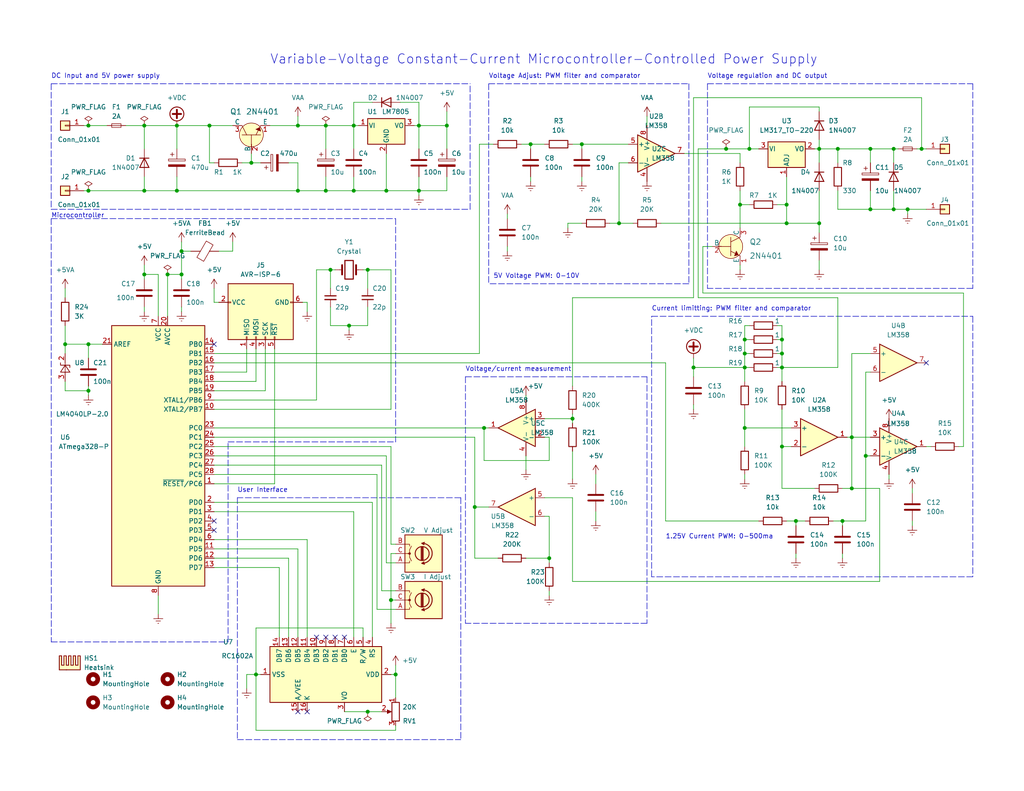
<source format=kicad_sch>
(kicad_sch (version 20211123) (generator eeschema)
  (paper "USLetter")
  (title_block (title "ATMega-based Power Supply") (date "2023-06-01") (rev "v1") (company "Andrew Kroshko"))
  (junction (at 251.46 40.64))
  (junction (at 213.36 121.92))
  (junction (at 156.21 114.3))
  (junction (at 114.3 52.07))
  (junction (at 213.36 100.33))
  (junction (at 24.13 34.29))
  (junction (at 69.85 184.15))
  (junction (at 243.84 57.15))
  (junction (at 121.92 34.29))
  (junction (at 39.37 34.29))
  (junction (at 247.65 57.15))
  (junction (at 228.6 40.64))
  (junction (at 203.2 92.71))
  (junction (at 106.68 163.83))
  (junction (at 214.63 60.96))
  (junction (at 132.08 116.84))
  (junction (at 229.87 142.24))
  (junction (at 236.22 124.46))
  (junction (at 203.2 100.33))
  (junction (at 24.13 93.98))
  (junction (at 49.53 74.93))
  (junction (at 198.12 40.64))
  (junction (at 214.63 55.88))
  (junction (at 24.13 52.07))
  (junction (at 213.36 96.52))
  (junction (at 57.15 34.29))
  (junction (at 168.91 60.96))
  (junction (at 45.72 74.93))
  (junction (at 24.13 106.68))
  (junction (at 149.86 152.4))
  (junction (at 144.78 39.37))
  (junction (at 90.17 73.66))
  (junction (at 95.25 88.9))
  (junction (at 17.78 93.98))
  (junction (at 39.37 74.93))
  (junction (at 48.26 34.29))
  (junction (at 232.41 133.35))
  (junction (at 232.41 119.38))
  (junction (at 237.49 40.64))
  (junction (at 237.49 57.15))
  (junction (at 129.54 138.43))
  (junction (at 243.84 40.64))
  (junction (at 213.36 92.71))
  (junction (at 49.53 68.58))
  (junction (at 68.58 44.45))
  (junction (at 107.95 184.15))
  (junction (at 114.3 34.29))
  (junction (at 223.52 60.96))
  (junction (at 217.17 142.24))
  (junction (at 203.2 96.52))
  (junction (at 204.47 40.64))
  (junction (at 88.9 52.07))
  (junction (at 81.28 34.29))
  (junction (at 223.52 40.64))
  (junction (at 88.9 34.29))
  (junction (at 189.23 100.33))
  (junction (at 39.37 52.07))
  (junction (at 158.75 39.37))
  (junction (at 96.52 34.29))
  (junction (at 96.52 52.07))
  (junction (at 100.33 73.66))
  (junction (at 81.28 52.07))
  (junction (at 201.93 55.88))
  (junction (at 203.2 116.84))
  (junction (at 100.33 194.31))
  (junction (at 105.41 52.07))
  (junction (at 48.26 52.07))
  (no_connect (at 58.42 142.24))
  (no_connect (at 58.42 93.98))
  (no_connect (at 58.42 144.78))
  (no_connect (at 252.73 99.06))
  (no_connect (at 86.36 173.99))
  (no_connect (at 88.9 173.99))
  (no_connect (at 93.98 173.99))
  (no_connect (at 91.44 173.99))
  (no_connect (at 83.82 194.31))
  (no_connect (at 81.28 194.31))
  (polyline (pts (xy 177.8 157.48) (xy 177.8 86.36)))
  (wire (pts (xy 58.42 147.32) (xy 83.82 147.32)))
  (wire (pts (xy 130.81 39.37) (xy 134.62 39.37)))
  (wire (pts (xy 212.09 92.71) (xy 213.36 92.71)))
  (wire (pts (xy 67.31 101.6) (xy 67.31 95.25)))
  (wire (pts (xy 82.55 82.55) (xy 83.82 82.55)))
  (wire (pts (xy 90.17 73.66) (xy 90.17 78.74)))
  (wire (pts (xy 81.28 34.29) (xy 88.9 34.29)))
  (wire (pts (xy 213.36 88.9) (xy 212.09 88.9)))
  (wire (pts (xy 102.87 166.37) (xy 107.95 166.37)))
  (wire (pts (xy 17.78 78.74) (xy 17.78 81.28)))
  (wire (pts (xy 229.87 142.24) (xy 229.87 143.51)))
  (wire (pts (xy 90.17 83.82) (xy 90.17 88.9)))
  (wire (pts (xy 105.41 153.67) (xy 107.95 153.67)))
  (wire (pts (xy 156.21 123.19) (xy 156.21 130.81)))
  (wire (pts (xy 49.53 74.93) (xy 49.53 76.2)))
  (wire (pts (xy 148.59 114.3) (xy 156.21 114.3)))
  (wire (pts (xy 45.72 74.93) (xy 45.72 86.36)))
  (wire (pts (xy 58.42 101.6) (xy 67.31 101.6)))
  (wire (pts (xy 96.52 34.29) (xy 96.52 40.64)))
  (wire (pts (xy 99.06 173.99) (xy 99.06 171.45)))
  (wire (pts (xy 143.51 124.46) (xy 143.51 128.27)))
  (wire (pts (xy 189.23 100.33) (xy 189.23 97.79)))
  (wire (pts (xy 78.74 44.45) (xy 81.28 44.45)))
  (wire (pts (xy 247.65 57.15) (xy 247.65 58.42)))
  (wire (pts (xy 180.34 60.96) (xy 214.63 60.96)))
  (wire (pts (xy 203.2 129.54) (xy 203.2 130.81)))
  (wire (pts (xy 57.15 44.45) (xy 57.15 34.29)))
  (wire (pts (xy 58.42 127) (xy 104.14 127)))
  (wire (pts (xy 68.58 41.91) (xy 68.58 44.45)))
  (wire (pts (xy 156.21 81.28) (xy 156.21 105.41)))
  (wire (pts (xy 213.36 100.33) (xy 213.36 96.52)))
  (wire (pts (xy 34.29 34.29) (xy 39.37 34.29)))
  (polyline (pts (xy 62.23 175.26) (xy 62.23 120.65)))
  (wire (pts (xy 58.42 106.68) (xy 72.39 106.68)))
  (wire (pts (xy 203.2 92.71) (xy 203.2 88.9)))
  (wire (pts (xy 58.42 99.06) (xy 181.61 99.06)))
  (wire (pts (xy 43.18 162.56) (xy 43.18 167.64)))
  (wire (pts (xy 57.15 44.45) (xy 58.42 44.45)))
  (wire (pts (xy 248.92 133.35) (xy 248.92 134.62)))
  (wire (pts (xy 49.53 74.93) (xy 45.72 74.93)))
  (wire (pts (xy 58.42 104.14) (xy 69.85 104.14)))
  (wire (pts (xy 81.28 149.86) (xy 81.28 173.99)))
  (wire (pts (xy 100.33 83.82) (xy 100.33 88.9)))
  (wire (pts (xy 237.49 96.52) (xy 232.41 96.52)))
  (wire (pts (xy 113.03 34.29) (xy 114.3 34.29)))
  (wire (pts (xy 96.52 52.07) (xy 105.41 52.07)))
  (wire (pts (xy 121.92 52.07) (xy 121.92 48.26)))
  (wire (pts (xy 248.92 142.24) (xy 248.92 143.51)))
  (wire (pts (xy 43.18 74.93) (xy 43.18 86.36)))
  (wire (pts (xy 107.95 198.12) (xy 107.95 199.39)))
  (wire (pts (xy 104.14 161.29) (xy 107.95 161.29)))
  (wire (pts (xy 231.14 119.38) (xy 232.41 119.38)))
  (wire (pts (xy 48.26 34.29) (xy 48.26 40.64)))
  (wire (pts (xy 86.36 73.66) (xy 86.36 109.22)))
  (wire (pts (xy 189.23 110.49) (xy 189.23 111.76)))
  (wire (pts (xy 72.39 106.68) (xy 72.39 95.25)))
  (wire (pts (xy 242.57 129.54) (xy 242.57 130.81)))
  (wire (pts (xy 102.87 129.54) (xy 102.87 166.37)))
  (wire (pts (xy 129.54 152.4) (xy 135.89 152.4)))
  (wire (pts (xy 58.42 152.4) (xy 78.74 152.4)))
  (wire (pts (xy 232.41 133.35) (xy 240.03 133.35)))
  (wire (pts (xy 106.68 163.83) (xy 107.95 163.83)))
  (wire (pts (xy 39.37 52.07) (xy 48.26 52.07)))
  (polyline (pts (xy 13.97 59.69) (xy 13.9944 175.2758)))
  (wire (pts (xy 203.2 92.71) (xy 204.47 92.71)))
  (wire (pts (xy 236.22 142.24) (xy 229.87 142.24)))
  (wire (pts (xy 101.6 137.16) (xy 101.6 173.99)))
  (wire (pts (xy 73.66 34.29) (xy 81.28 34.29)))
  (wire (pts (xy 204.47 29.21) (xy 223.52 29.21)))
  (wire (pts (xy 99.06 171.45) (xy 69.85 171.45)))
  (wire (pts (xy 27.94 93.98) (xy 24.13 93.98)))
  (wire (pts (xy 104.14 127) (xy 104.14 161.29)))
  (polyline (pts (xy 64.77 135.89) (xy 64.77 201.93)))
  (wire (pts (xy 17.78 104.14) (xy 17.78 106.68)))
  (polyline (pts (xy 177.8 86.36) (xy 265.43 86.36)))
  (wire (pts (xy 86.36 73.66) (xy 90.17 73.66)))
  (wire (pts (xy 237.49 40.64) (xy 243.84 40.64)))
  (wire (pts (xy 96.52 139.7) (xy 96.52 173.99)))
  (wire (pts (xy 213.36 92.71) (xy 213.36 88.9)))
  (wire (pts (xy 261.62 121.92) (xy 262.89 121.92)))
  (wire (pts (xy 138.43 58.42) (xy 138.43 59.69)))
  (wire (pts (xy 71.12 184.15) (xy 69.85 184.15)))
  (wire (pts (xy 100.33 194.31) (xy 104.14 194.31)))
  (polyline (pts (xy 13.97 22.86) (xy 128.27 22.86)))
  (wire (pts (xy 201.93 72.39) (xy 201.93 73.66)))
  (wire (pts (xy 236.22 101.6) (xy 236.22 124.46)))
  (wire (pts (xy 204.47 40.64) (xy 207.01 40.64)))
  (wire (pts (xy 223.52 40.64) (xy 228.6 40.64)))
  (wire (pts (xy 251.46 26.67) (xy 189.23 26.67)))
  (wire (pts (xy 106.68 184.15) (xy 107.95 184.15)))
  (wire (pts (xy 203.2 100.33) (xy 203.2 104.14)))
  (wire (pts (xy 57.15 34.29) (xy 63.5 34.29)))
  (wire (pts (xy 251.46 26.67) (xy 251.46 40.64)))
  (wire (pts (xy 24.13 93.98) (xy 24.13 97.79)))
  (wire (pts (xy 213.36 96.52) (xy 213.36 92.71)))
  (polyline (pts (xy 265.43 157.48) (xy 177.8 157.48)))
  (wire (pts (xy 203.2 88.9) (xy 204.47 88.9)))
  (wire (pts (xy 90.17 73.66) (xy 91.44 73.66)))
  (wire (pts (xy 90.17 88.9) (xy 95.25 88.9)))
  (wire (pts (xy 228.6 40.64) (xy 228.6 44.45)))
  (wire (pts (xy 228.6 57.15) (xy 237.49 57.15)))
  (wire (pts (xy 149.86 152.4) (xy 149.86 153.67)))
  (wire (pts (xy 214.63 55.88) (xy 214.63 60.96)))
  (wire (pts (xy 223.52 60.96) (xy 223.52 63.5)))
  (polyline (pts (xy 128.27 57.15) (xy 128.27 22.86)))
  (wire (pts (xy 81.28 44.45) (xy 81.28 52.07)))
  (wire (pts (xy 88.9 48.26) (xy 88.9 52.07)))
  (wire (pts (xy 68.58 44.45) (xy 71.12 44.45)))
  (wire (pts (xy 107.95 151.13) (xy 106.68 151.13)))
  (wire (pts (xy 252.73 121.92) (xy 254 121.92)))
  (wire (pts (xy 88.9 34.29) (xy 96.52 34.29)))
  (polyline (pts (xy 133.35 22.86) (xy 187.96 22.86)))
  (wire (pts (xy 232.41 119.38) (xy 237.49 119.38)))
  (wire (pts (xy 213.36 100.33) (xy 213.36 104.14)))
  (wire (pts (xy 236.22 124.46) (xy 236.22 142.24)))
  (wire (pts (xy 68.58 44.45) (xy 66.04 44.45)))
  (wire (pts (xy 100.33 73.66) (xy 99.06 73.66)))
  (wire (pts (xy 232.41 133.35) (xy 229.87 133.35)))
  (wire (pts (xy 148.59 119.38) (xy 149.86 119.38)))
  (wire (pts (xy 213.36 111.76) (xy 213.36 121.92)))
  (wire (pts (xy 69.85 171.45) (xy 69.85 184.15)))
  (wire (pts (xy 223.52 40.64) (xy 223.52 44.45)))
  (wire (pts (xy 213.36 121.92) (xy 213.36 133.35)))
  (wire (pts (xy 252.73 40.64) (xy 251.46 40.64)))
  (polyline (pts (xy 127 102.87) (xy 127 170.18)))
  (wire (pts (xy 156.21 113.03) (xy 156.21 114.3)))
  (wire (pts (xy 201.93 55.88) (xy 201.93 62.23)))
  (wire (pts (xy 154.94 60.96) (xy 154.94 62.23)))
  (wire (pts (xy 69.85 184.15) (xy 69.85 199.39)))
  (wire (pts (xy 229.87 151.13) (xy 229.87 152.4)))
  (wire (pts (xy 88.9 52.07) (xy 96.52 52.07)))
  (polyline (pts (xy 265.43 78.74) (xy 193.04 78.74)))
  (wire (pts (xy 114.3 48.26) (xy 114.3 52.07)))
  (wire (pts (xy 129.54 138.43) (xy 129.54 152.4)))
  (wire (pts (xy 121.92 30.48) (xy 121.92 34.29)))
  (wire (pts (xy 105.41 41.91) (xy 105.41 52.07)))
  (wire (pts (xy 17.78 88.9) (xy 17.78 93.98)))
  (wire (pts (xy 114.3 52.07) (xy 114.3 53.34)))
  (wire (pts (xy 162.56 139.7) (xy 162.56 142.24)))
  (wire (pts (xy 17.78 96.52) (xy 17.78 93.98)))
  (wire (pts (xy 106.68 121.92) (xy 106.68 148.59)))
  (wire (pts (xy 172.72 60.96) (xy 168.91 60.96)))
  (wire (pts (xy 223.52 29.21) (xy 223.52 30.48)))
  (wire (pts (xy 189.23 100.33) (xy 203.2 100.33)))
  (wire (pts (xy 262.89 121.92) (xy 262.89 80.01)))
  (wire (pts (xy 212.09 96.52) (xy 213.36 96.52)))
  (wire (pts (xy 95.25 90.17) (xy 95.25 88.9)))
  (wire (pts (xy 237.49 40.64) (xy 237.49 44.45)))
  (wire (pts (xy 243.84 40.64) (xy 245.11 40.64)))
  (wire (pts (xy 217.17 142.24) (xy 219.71 142.24)))
  (wire (pts (xy 17.78 106.68) (xy 24.13 106.68)))
  (wire (pts (xy 48.26 34.29) (xy 57.15 34.29)))
  (wire (pts (xy 222.25 40.64) (xy 223.52 40.64)))
  (wire (pts (xy 83.82 147.32) (xy 83.82 173.99)))
  (wire (pts (xy 96.52 34.29) (xy 96.52 27.94)))
  (wire (pts (xy 144.78 39.37) (xy 148.59 39.37)))
  (wire (pts (xy 67.31 184.15) (xy 69.85 184.15)))
  (wire (pts (xy 156.21 39.37) (xy 158.75 39.37)))
  (wire (pts (xy 213.36 121.92) (xy 215.9 121.92)))
  (wire (pts (xy 24.13 52.07) (xy 39.37 52.07)))
  (wire (pts (xy 106.68 111.76) (xy 106.68 73.66)))
  (wire (pts (xy 201.93 52.07) (xy 201.93 55.88)))
  (wire (pts (xy 191.77 67.31) (xy 194.31 67.31)))
  (wire (pts (xy 130.81 96.52) (xy 130.81 39.37)))
  (wire (pts (xy 138.43 67.31) (xy 138.43 68.58)))
  (wire (pts (xy 39.37 72.39) (xy 39.37 74.93)))
  (wire (pts (xy 114.3 27.94) (xy 109.22 27.94)))
  (wire (pts (xy 114.3 52.07) (xy 121.92 52.07)))
  (wire (pts (xy 76.2 154.94) (xy 76.2 173.99)))
  (wire (pts (xy 129.54 119.38) (xy 129.54 138.43)))
  (wire (pts (xy 158.75 48.26) (xy 158.75 49.53)))
  (wire (pts (xy 232.41 119.38) (xy 232.41 133.35)))
  (wire (pts (xy 39.37 74.93) (xy 43.18 74.93)))
  (polyline (pts (xy 64.77 201.93) (xy 125.73 201.93)))
  (wire (pts (xy 121.92 34.29) (xy 121.92 40.64)))
  (wire (pts (xy 96.52 27.94) (xy 101.6 27.94)))
  (wire (pts (xy 250.19 40.64) (xy 251.46 40.64)))
  (wire (pts (xy 107.95 181.61) (xy 107.95 184.15)))
  (wire (pts (xy 48.26 52.07) (xy 81.28 52.07)))
  (wire (pts (xy 67.31 187.96) (xy 67.31 184.15)))
  (wire (pts (xy 58.42 129.54) (xy 102.87 129.54)))
  (wire (pts (xy 156.21 135.89) (xy 148.59 135.89)))
  (polyline (pts (xy 193.04 22.86) (xy 193.04 78.74)))
  (wire (pts (xy 203.2 96.52) (xy 203.2 92.71)))
  (wire (pts (xy 49.53 66.04) (xy 49.53 68.58)))
  (wire (pts (xy 49.53 83.82) (xy 49.53 85.09)))
  (wire (pts (xy 58.42 78.74) (xy 58.42 82.55)))
  (wire (pts (xy 203.2 111.76) (xy 203.2 116.84)))
  (wire (pts (xy 156.21 81.28) (xy 189.23 81.28)))
  (wire (pts (xy 39.37 76.2) (xy 39.37 74.93)))
  (polyline (pts (xy 176.53 170.18) (xy 127 170.18)))
  (wire (pts (xy 58.42 116.84) (xy 132.08 116.84)))
  (wire (pts (xy 24.13 34.29) (xy 29.21 34.29)))
  (wire (pts (xy 39.37 34.29) (xy 39.37 40.64)))
  (wire (pts (xy 39.37 34.29) (xy 48.26 34.29)))
  (wire (pts (xy 228.6 100.33) (xy 228.6 81.28)))
  (wire (pts (xy 129.54 138.43) (xy 133.35 138.43)))
  (polyline (pts (xy 187.96 77.47) (xy 133.35 77.47)))
  (wire (pts (xy 132.08 116.84) (xy 132.08 125.73)))
  (polyline (pts (xy 125.73 135.89) (xy 125.73 201.93)))
  (wire (pts (xy 166.37 60.96) (xy 168.91 60.96)))
  (wire (pts (xy 132.08 125.73) (xy 149.86 125.73)))
  (wire (pts (xy 114.3 34.29) (xy 121.92 34.29)))
  (wire (pts (xy 143.51 107.95) (xy 143.51 109.22)))
  (wire (pts (xy 144.78 48.26) (xy 144.78 49.53)))
  (wire (pts (xy 214.63 142.24) (xy 217.17 142.24)))
  (wire (pts (xy 203.2 100.33) (xy 204.47 100.33)))
  (wire (pts (xy 106.68 163.83) (xy 106.68 170.18)))
  (wire (pts (xy 213.36 100.33) (xy 228.6 100.33)))
  (polyline (pts (xy 13.97 57.15) (xy 128.27 57.15)))
  (wire (pts (xy 86.36 109.22) (xy 58.42 109.22)))
  (wire (pts (xy 189.23 100.33) (xy 189.23 102.87)))
  (wire (pts (xy 243.84 57.15) (xy 247.65 57.15)))
  (wire (pts (xy 106.68 148.59) (xy 107.95 148.59)))
  (wire (pts (xy 106.68 73.66) (xy 100.33 73.66)))
  (wire (pts (xy 143.51 152.4) (xy 149.86 152.4)))
  (wire (pts (xy 129.54 119.38) (xy 58.42 119.38)))
  (wire (pts (xy 168.91 60.96) (xy 168.91 44.45)))
  (wire (pts (xy 223.52 52.07) (xy 223.52 60.96)))
  (wire (pts (xy 189.23 26.67) (xy 189.23 81.28)))
  (wire (pts (xy 237.49 57.15) (xy 243.84 57.15)))
  (wire (pts (xy 243.84 57.15) (xy 243.84 52.07)))
  (wire (pts (xy 58.42 124.46) (xy 105.41 124.46)))
  (wire (pts (xy 100.33 73.66) (xy 100.33 78.74)))
  (wire (pts (xy 58.42 111.76) (xy 106.68 111.76)))
  (polyline (pts (xy 187.96 22.86) (xy 187.96 77.47)))
  (wire (pts (xy 78.74 152.4) (xy 78.74 173.99)))
  (wire (pts (xy 204.47 29.21) (xy 204.47 40.64)))
  (wire (pts (xy 95.25 88.9) (xy 100.33 88.9)))
  (wire (pts (xy 81.28 31.75) (xy 81.28 34.29)))
  (wire (pts (xy 176.53 31.75) (xy 176.53 34.29)))
  (wire (pts (xy 156.21 114.3) (xy 156.21 115.57)))
  (polyline (pts (xy 265.43 86.36) (xy 265.43 157.48)))
  (wire (pts (xy 81.28 52.07) (xy 88.9 52.07)))
  (wire (pts (xy 213.36 133.35) (xy 222.25 133.35)))
  (wire (pts (xy 144.78 39.37) (xy 144.78 40.64)))
  (wire (pts (xy 39.37 83.82) (xy 39.37 85.09)))
  (wire (pts (xy 247.65 57.15) (xy 252.73 57.15)))
  (polyline (pts (xy 127 102.87) (xy 176.53 102.87)))
  (wire (pts (xy 198.12 40.64) (xy 204.47 40.64)))
  (wire (pts (xy 69.85 199.39) (xy 107.95 199.39)))
  (polyline (pts (xy 13.97 175.26) (xy 62.23 175.26)))
  (wire (pts (xy 58.42 154.94) (xy 76.2 154.94)))
  (polyline (pts (xy 13.97 22.86) (xy 13.97 57.15)))
  (wire (pts (xy 223.52 71.12) (xy 223.52 73.66)))
  (wire (pts (xy 114.3 34.29) (xy 114.3 27.94)))
  (wire (pts (xy 228.6 81.28) (xy 190.5 81.28)))
  (wire (pts (xy 237.49 52.07) (xy 237.49 57.15)))
  (wire (pts (xy 217.17 151.13) (xy 217.17 152.4)))
  (wire (pts (xy 149.86 161.29) (xy 149.86 162.56)))
  (wire (pts (xy 214.63 48.26) (xy 214.63 55.88)))
  (wire (pts (xy 228.6 40.64) (xy 237.49 40.64)))
  (wire (pts (xy 158.75 39.37) (xy 171.45 39.37)))
  (wire (pts (xy 88.9 34.29) (xy 88.9 40.64)))
  (wire (pts (xy 158.75 39.37) (xy 158.75 40.64)))
  (wire (pts (xy 96.52 34.29) (xy 97.79 34.29)))
  (wire (pts (xy 69.85 104.14) (xy 69.85 95.25)))
  (polyline (pts (xy 193.04 22.86) (xy 265.43 22.86)))
  (wire (pts (xy 154.94 60.96) (xy 158.75 60.96)))
  (wire (pts (xy 49.53 68.58) (xy 49.53 74.93)))
  (wire (pts (xy 107.95 184.15) (xy 107.95 190.5)))
  (wire (pts (xy 243.84 40.64) (xy 243.84 44.45)))
  (wire (pts (xy 203.2 116.84) (xy 203.2 121.92)))
  (wire (pts (xy 181.61 142.24) (xy 207.01 142.24)))
  (wire (pts (xy 132.08 116.84) (xy 133.35 116.84)))
  (wire (pts (xy 39.37 48.26) (xy 39.37 52.07)))
  (wire (pts (xy 181.61 99.06) (xy 181.61 142.24)))
  (wire (pts (xy 217.17 142.24) (xy 217.17 143.51)))
  (wire (pts (xy 83.82 82.55) (xy 83.82 85.09)))
  (polyline (pts (xy 107.95 59.69) (xy 107.95 120.65)))
  (polyline (pts (xy 13.97 59.69) (xy 107.95 59.69)))
  (wire (pts (xy 236.22 101.6) (xy 237.49 101.6)))
  (wire (pts (xy 223.52 38.1) (xy 223.52 40.64)))
  (wire (pts (xy 201.93 41.91) (xy 201.93 44.45)))
  (wire (pts (xy 168.91 44.45) (xy 171.45 44.45)))
  (wire (pts (xy 232.41 96.52) (xy 232.41 119.38)))
  (wire (pts (xy 101.6 137.16) (xy 58.42 137.16)))
  (wire (pts (xy 63.5 66.04) (xy 63.5 68.58)))
  (wire (pts (xy 156.21 158.75) (xy 156.21 135.89)))
  (wire (pts (xy 106.68 151.13) (xy 106.68 163.83)))
  (wire (pts (xy 58.42 82.55) (xy 59.69 82.55)))
  (wire (pts (xy 74.93 95.25) (xy 74.93 132.08)))
  (wire (pts (xy 17.78 93.98) (xy 24.13 93.98)))
  (polyline (pts (xy 265.43 22.86) (xy 265.43 78.74)))
  (wire (pts (xy 58.42 121.92) (xy 106.68 121.92)))
  (wire (pts (xy 240.03 133.35) (xy 240.03 158.75)))
  (wire (pts (xy 228.6 52.07) (xy 228.6 57.15)))
  (wire (pts (xy 191.77 80.01) (xy 191.77 67.31)))
  (wire (pts (xy 24.13 105.41) (xy 24.13 106.68)))
  (wire (pts (xy 63.5 68.58) (xy 59.69 68.58)))
  (wire (pts (xy 114.3 34.29) (xy 114.3 40.64)))
  (wire (pts (xy 203.2 96.52) (xy 204.47 96.52)))
  (wire (pts (xy 149.86 119.38) (xy 149.86 125.73)))
  (wire (pts (xy 223.52 60.96) (xy 214.63 60.96)))
  (polyline (pts (xy 125.73 135.89) (xy 64.77 135.89)))
  (polyline (pts (xy 133.35 22.86) (xy 133.35 77.47)))
  (wire (pts (xy 190.5 40.64) (xy 198.12 40.64)))
  (wire (pts (xy 24.13 106.68) (xy 24.13 107.95)))
  (wire (pts (xy 201.93 55.88) (xy 204.47 55.88)))
  (wire (pts (xy 48.26 48.26) (xy 48.26 52.07)))
  (wire (pts (xy 96.52 139.7) (xy 58.42 139.7)))
  (wire (pts (xy 262.89 80.01) (xy 191.77 80.01)))
  (wire (pts (xy 105.41 52.07) (xy 114.3 52.07)))
  (wire (pts (xy 203.2 116.84) (xy 215.9 116.84)))
  (wire (pts (xy 240.03 158.75) (xy 156.21 158.75)))
  (wire (pts (xy 105.41 124.46) (xy 105.41 153.67)))
  (wire (pts (xy 149.86 140.97) (xy 149.86 152.4)))
  (wire (pts (xy 212.09 100.33) (xy 213.36 100.33)))
  (wire (pts (xy 52.07 68.58) (xy 49.53 68.58)))
  (wire (pts (xy 93.98 194.31) (xy 100.33 194.31)))
  (wire (pts (xy 149.86 140.97) (xy 148.59 140.97)))
  (wire (pts (xy 190.5 81.28) (xy 190.5 40.64)))
  (wire (pts (xy 22.86 34.29) (xy 24.13 34.29)))
  (wire (pts (xy 186.69 41.91) (xy 201.93 41.91)))
  (wire (pts (xy 227.33 142.24) (xy 229.87 142.24)))
  (wire (pts (xy 203.2 100.33) (xy 203.2 96.52)))
  (wire (pts (xy 58.42 132.08) (xy 74.93 132.08)))
  (wire (pts (xy 236.22 124.46) (xy 237.49 124.46)))
  (polyline (pts (xy 62.23 120.65) (xy 107.95 120.65)))
  (polyline (pts (xy 176.53 102.87) (xy 176.53 170.18)))
  (wire (pts (xy 162.56 129.54) (xy 162.56 132.08)))
  (wire (pts (xy 58.42 149.86) (xy 81.28 149.86)))
  (wire (pts (xy 22.86 52.07) (xy 24.13 52.07)))
  (wire (pts (xy 58.42 96.52) (xy 130.81 96.52)))
  (wire (pts (xy 212.09 55.88) (xy 214.63 55.88)))
  (wire (pts (xy 96.52 48.26) (xy 96.52 52.07)))
  (wire (pts (xy 142.24 39.37) (xy 144.78 39.37)))
  (text "Variable-Voltage Constant-Current Microcontroller-Controlled Power Supply" (at 73.66 17.78 0) (effects (font (size 2.54 2.54)) (justify left bottom)))
  (text "5V Voltage PWM: 0-10V" (at 134.62 76.2 0) (effects (font (size 1.27 1.27)) (justify left bottom)))
  (text "User Interface" (at 64.77 134.62 0) (effects (font (size 1.27 1.27)) (justify left bottom)))
  (text "Microcontroller" (at 13.97 59.69 0) (effects (font (size 1.27 1.27)) (justify left bottom)))
  (text "Voltage Adjust: PWM filter and comparator" (at 133.35 21.59 0) (effects (font (size 1.27 1.27)) (justify left bottom)))
  (text "1.25V Current PWM: 0-500ma" (at 181.61 147.32 0) (effects (font (size 1.27 1.27)) (justify left bottom)))
  (text "DC Input and 5V power supply" (at 13.97 21.59 0) (effects (font (size 1.27 1.27)) (justify left bottom)))
  (text "Current limitting: PWM filter and comparator" (at 177.8 85.09 0) (effects (font (size 1.27 1.27)) (justify left bottom)))
  (text "Voltage/current measurement" (at 127 101.6 0) (effects (font (size 1.27 1.27)) (justify left bottom)))
  (text "Voltage regulation and DC output" (at 193.04 21.59 0) (effects (font (size 1.27 1.27)) (justify left bottom)))
  (symbol (lib_id "Regulator_Linear:LM7805_TO220") (at 105.41 34.29 0) (unit 1)
    (property "Reference" "U1" (at 101.6 30.48 0))
    (property "Value" "LM7805" (at 107.95 30.48 0))
    (property "Footprint" "Package_TO_SOT_THT:TO-220-3_Vertical" (effects hide))
    (property "Datasheet" "https://www.onsemi.cn/PowerSolutions/document/MC7800-D.PDF" (effects hide))
  )
  (symbol (lib_id "Device:D") (at 39.37 44.45 270) (unit 1)
    (property "Reference" "D1" (at 34.29 43.18 90) (effects (justify left)))
    (property "Value" "1N4007" (at 30.48 45.72 90) (effects (justify left)))
    (property "Footprint" "Diode_THT:D_DO-41_SOD81_P10.16mm_Horizontal" (effects hide))
  )
  (symbol (lib_id "power:+5V") (at 242.57 114.3 0) (unit 1)
    (property "Reference" "#PWR0113" (effects hide))
    (property "Value" "+5V" (at 242.57 109.22 0))
  )
  (symbol (lib_id "Device:C") (at 162.56 135.89 0) (unit 1)
    (property "Reference" "C16" (at 166.37 134.6199 0) (effects (justify left)))
    (property "Value" "100n" (at 166.37 137.1599 0) (effects (justify left)))
    (property "Footprint" "Capacitor_THT:C_Rect_L7.0mm_W2.5mm_P5.00mm" (effects hide))
  )
  (symbol (lib_id "Device:C") (at 24.13 101.6 0) (unit 1)
    (property "Reference" "C21" (at 25.4 99.06 0) (effects (justify left)))
    (property "Value" "100n" (at 25.4 104.14 0) (effects (justify left)))
    (property "Footprint" "Capacitor_THT:C_Rect_L7.0mm_W2.5mm_P5.00mm" (effects hide))
  )
  (symbol (lib_id "power:Earth") (at 95.25 90.17 0) (unit 1)
    (property "Reference" "#PWR0115" (effects hide))
    (property "Value" "Earth" (effects hide))
  )
  (symbol (lib_id "Device:R") (at 139.7 152.4 270) (unit 1)
    (property "Reference" "R22" (at 139.7 146.05 90))
    (property "Value" "200K" (at 139.7 148.59 90))
    (property "Footprint" "Resistor_THT:R_Axial_DIN0207_L6.3mm_D2.5mm_P7.62mm_Horizontal" (effects hide))
  )
  (symbol (lib_id "Device:R") (at 208.28 100.33 270) (unit 1)
    (property "Reference" "R19" (at 200.66 99.06 90))
    (property "Value" "1" (at 212.09 99.06 90))
    (property "Footprint" "Resistor_THT:R_Axial_DIN0207_L6.3mm_D2.5mm_P7.62mm_Horizontal" (effects hide))
  )
  (symbol (lib_id "Device:R") (at 208.28 55.88 270) (unit 1)
    (property "Reference" "R7" (at 205.74 53.34 90))
    (property "Value" "1K" (at 210.82 53.34 90))
    (property "Footprint" "Resistor_THT:R_Axial_DIN0207_L6.3mm_D2.5mm_P7.62mm_Horizontal" (effects hide))
  )
  (symbol (lib_id "power:Earth") (at 162.56 142.24 0) (unit 1)
    (property "Reference" "#PWR0139" (effects hide))
    (property "Value" "Earth" (effects hide))
  )
  (symbol (lib_id "Device:R") (at 203.2 107.95 0) (unit 1)
    (property "Reference" "R9" (at 205.74 106.6799 0) (effects (justify left)))
    (property "Value" "10K" (at 205.74 109.2199 0) (effects (justify left)))
    (property "Footprint" "Resistor_THT:R_Axial_DIN0207_L6.3mm_D2.5mm_P7.62mm_Horizontal" (effects hide))
  )
  (symbol (lib_id "Mechanical:Heatsink") (at 19.05 182.88 0) (unit 1)
    (property "Reference" "HS1" (at 22.86 179.7049 0) (effects (justify left)))
    (property "Value" "Heatsink" (at 22.86 182.2449 0) (effects (justify left)))
    (property "Footprint" "Heatsink:Heatsink_Fischer_SK104-STC-STIC_35x13mm_2xDrill2.5mm" (effects hide))
  )
  (symbol (lib_id "Device:RotaryEncoder") (at 115.57 163.83 0) (mirror x) (unit 1)
    (property "Reference" "SW3" (at 109.22 157.48 0) (effects (justify left)))
    (property "Value" "I Adjust" (at 115.57 157.48 0) (effects (justify left)))
    (property "Footprint" "Rotary_Encoder:RotaryEncoder_Alps_EC11E_Vertical_H20mm" (effects hide))
  )
  (symbol (lib_id "power:PWR_FLAG") (at 45.72 74.93 0) (unit 1)
    (property "Reference" "#FLG0106" (effects hide))
    (property "Value" "PWR_FLAG" (at 45.72 69.85 0))
  )
  (symbol (lib_id "power:Earth") (at 154.94 62.23 0) (unit 1)
    (property "Reference" "#PWR0103" (effects hide))
    (property "Value" "Earth" (effects hide))
  )
  (symbol (lib_id "Device:C") (at 144.78 44.45 0) (unit 1)
    (property "Reference" "C8" (at 148.59 43.1799 0) (effects (justify left)))
    (property "Value" "100n" (at 148.59 45.7199 0) (effects (justify left)))
    (property "Footprint" "Capacitor_THT:C_Rect_L7.0mm_W2.5mm_P5.00mm" (effects hide))
  )
  (symbol (lib_id "Device:Fuse_Small") (at 31.75 34.29 0) (unit 1)
    (property "Reference" "F1" (at 31.75 29.21 0))
    (property "Value" "2A" (at 31.75 31.75 0))
    (property "Footprint" "Fuse:Fuseholder_Littelfuse_100_series_5x20mm" (effects hide))
  )
  (symbol (lib_id "power:+5VA") (at 17.78 78.74 0) (unit 1)
    (property "Reference" "#PWR0112" (effects hide))
    (property "Value" "+5VA" (at 17.78 73.66 0))
  )
  (symbol (lib_id "power:Earth") (at 229.87 152.4 0) (unit 1)
    (property "Reference" "#PWR0106" (effects hide))
    (property "Value" "Earth" (effects hide))
  )
  (symbol (lib_id "Device:R") (at 162.56 60.96 270) (unit 1)
    (property "Reference" "R4" (at 162.56 54.61 90))
    (property "Value" "20K" (at 162.56 57.15 90))
    (property "Footprint" "Resistor_THT:R_Axial_DIN0207_L6.3mm_D2.5mm_P7.62mm_Horizontal" (effects hide))
  )
  (symbol (lib_id "Mechanical:MountingHole") (at 45.72 185.42 0) (unit 1)
    (property "Reference" "H2" (at 48.26 184.1499 0) (effects (justify left)))
    (property "Value" "MountingHole" (at 48.26 186.6899 0) (effects (justify left)))
    (property "Footprint" "MountingHole:MountingHole_4.3mm_M4" (effects hide))
  )
  (symbol (lib_id "power:Earth") (at 24.13 107.95 0) (unit 1)
    (property "Reference" "#PWR0120" (effects hide))
    (property "Value" "Earth" (effects hide))
  )
  (symbol (lib_id "Mechanical:MountingHole") (at 25.4 191.77 0) (unit 1)
    (property "Reference" "H3" (at 27.94 190.4999 0) (effects (justify left)))
    (property "Value" "MountingHole" (at 27.94 193.0399 0) (effects (justify left)))
    (property "Footprint" "MountingHole:MountingHole_4.3mm_M4" (effects hide))
  )
  (symbol (lib_id "power:+5V") (at 58.42 78.74 0) (unit 1)
    (property "Reference" "#PWR0125" (effects hide))
    (property "Value" "+5V" (at 58.42 73.66 0))
  )
  (symbol (lib_id "Device:C_Small") (at 100.33 81.28 180) (unit 1)
    (property "Reference" "C20" (at 101.6 78.74 0) (effects (justify right)))
    (property "Value" "22p" (at 101.6 83.82 0) (effects (justify right)))
    (property "Footprint" "Capacitor_THT:C_Rect_L7.0mm_W2.5mm_P5.00mm" (effects hide))
  )
  (symbol (lib_id "power:+VDC") (at 189.23 97.79 0) (unit 1)
    (property "Reference" "#PWR0137" (effects hide))
    (property "Value" "+VDC" (at 189.23 90.17 0))
  )
  (symbol (lib_id "power:Earth") (at 67.31 187.96 0) (unit 1)
    (property "Reference" "#PWR0117" (effects hide))
    (property "Value" "Earth" (effects hide))
  )
  (symbol (lib_id "power:Earth") (at 83.82 85.09 0) (unit 1)
    (property "Reference" "#PWR0114" (effects hide))
    (property "Value" "Earth" (effects hide))
  )
  (symbol (lib_id "Device:R") (at 213.36 107.95 0) (unit 1)
    (property "Reference" "R10" (at 215.9 106.6799 0) (effects (justify left)))
    (property "Value" "10K" (at 215.9 109.2199 0) (effects (justify left)))
    (property "Footprint" "Resistor_THT:R_Axial_DIN0207_L6.3mm_D2.5mm_P7.62mm_Horizontal" (effects hide))
  )
  (symbol (lib_id "Device:C") (at 158.75 44.45 0) (unit 1)
    (property "Reference" "C9" (at 162.56 43.1799 0) (effects (justify left)))
    (property "Value" "100n" (at 162.56 45.7199 0) (effects (justify left)))
    (property "Footprint" "Capacitor_THT:C_Rect_L7.0mm_W2.5mm_P5.00mm" (effects hide))
  )
  (symbol (lib_id "power:Earth") (at 158.75 49.53 0) (unit 1)
    (property "Reference" "#PWR0107" (effects hide))
    (property "Value" "Earth" (effects hide))
  )
  (symbol (lib_id "power:+5V") (at 63.5 66.04 0) (unit 1)
    (property "Reference" "#PWR0142" (effects hide))
    (property "Value" "+5V" (at 63.5 60.96 0))
  )
  (symbol (lib_id "Connector_Generic:Conn_01x01") (at 257.81 40.64 0) (unit 1)
    (property "Reference" "J3" (at 256.54 38.1 0) (effects (justify left)))
    (property "Value" "Conn_01x01" (at 252.73 44.45 0) (effects (justify left)))
    (property "Footprint" "Connector:Banana_Jack_1Pin" (effects hide))
  )
  (symbol (lib_id "Amplifier_Operational:LM358") (at 146.05 116.84 0) (unit 3)
    (property "Reference" "U5" (at 144.78 115.5699 0) (effects (justify left)))
    (property "Value" "LM358" (at 144.78 118.1099 0) (effects (justify left)))
    (property "Footprint" "Package_DIP:DIP-8_W7.62mm_Socket" (effects hide))
    (property "Datasheet" "http://www.ti.com/lit/ds/symlink/lm2904-n.pdf" (effects hide))
  )
  (symbol (lib_id "power:Earth") (at 43.18 167.64 0) (unit 1)
    (property "Reference" "#PWR0119" (effects hide))
    (property "Value" "Earth" (effects hide))
  )
  (symbol (lib_id "Device:C_Polarized") (at 121.92 44.45 0) (unit 1)
    (property "Reference" "C6" (at 123.19 41.91 0) (effects (justify left)))
    (property "Value" "10u" (at 123.19 46.99 0) (effects (justify left)))
    (property "Footprint" "Capacitor_THT:CP_Radial_D5.0mm_P2.00mm" (effects hide))
  )
  (symbol (lib_id "Device:C_Polarized") (at 74.93 44.45 90) (unit 1)
    (property "Reference" "C2" (at 73.66 41.91 90) (effects (justify left)))
    (property "Value" "470u" (at 81.28 41.91 90) (effects (justify left)))
    (property "Footprint" "Capacitor_THT:CP_Radial_D10.0mm_P5.00mm" (effects hide))
  )
  (symbol (lib_id "power:Earth") (at 223.52 73.66 0) (unit 1)
    (property "Reference" "#PWR0102" (effects hide))
    (property "Value" "Earth" (effects hide))
  )
  (symbol (lib_id "Device:R") (at 149.86 157.48 0) (unit 1)
    (property "Reference" "R23" (at 144.78 156.21 0) (effects (justify left)))
    (property "Value" "100K" (at 143.51 158.75 0) (effects (justify left)))
    (property "Footprint" "Resistor_THT:R_Axial_DIN0207_L6.3mm_D2.5mm_P7.62mm_Horizontal" (effects hide))
  )
  (symbol (lib_id "power:Earth") (at 49.53 85.09 0) (unit 1)
    (property "Reference" "#PWR0141" (effects hide))
    (property "Value" "Earth" (effects hide))
  )
  (symbol (lib_id "Device:C_Polarized") (at 237.49 48.26 0) (unit 1)
    (property "Reference" "C11" (at 238.76 45.72 0) (effects (justify left)))
    (property "Value" "10u" (at 238.76 52.07 0) (effects (justify left)))
    (property "Footprint" "Capacitor_THT:CP_Radial_D5.0mm_P2.00mm" (effects hide))
  )
  (symbol (lib_id "Connector:AVR-ISP-6") (at 72.39 85.09 90) (mirror x) (unit 1)
    (property "Reference" "J5" (at 71.12 72.39 90))
    (property "Value" "AVR-ISP-6" (at 71.12 74.93 90))
    (property "Footprint" "Connector_PinHeader_2.54mm:PinHeader_2x03_P2.54mm_Vertical" (effects hide))
    (property "Datasheet" " ~" (effects hide))
  )
  (symbol (lib_id "Amplifier_Operational:LM358") (at 140.97 138.43 0) (mirror y) (unit 2)
    (property "Reference" "U5" (at 135.89 140.97 0))
    (property "Value" "LM358" (at 137.16 143.51 0))
    (property "Footprint" "Package_DIP:DIP-8_W7.62mm_Socket" (effects hide))
    (property "Datasheet" "http://www.ti.com/lit/ds/symlink/lm2904-n.pdf" (effects hide))
  )
  (symbol (lib_id "power:Earth") (at 143.51 128.27 0) (unit 1)
    (property "Reference" "#PWR0133" (effects hide))
    (property "Value" "Earth" (effects hide))
  )
  (symbol (lib_id "Device:C_Polarized") (at 223.52 67.31 0) (unit 1)
    (property "Reference" "C10" (at 227.33 65.1509 0) (effects (justify left)))
    (property "Value" "10u" (at 227.33 67.6909 0) (effects (justify left)))
    (property "Footprint" "Capacitor_THT:CP_Radial_D5.0mm_P2.00mm" (effects hide))
  )
  (symbol (lib_id "power:Earth") (at 203.2 130.81 0) (unit 1)
    (property "Reference" "#PWR0104" (effects hide))
    (property "Value" "Earth" (effects hide))
  )
  (symbol (lib_id "power:Earth") (at 248.92 143.51 0) (unit 1)
    (property "Reference" "#PWR0136" (effects hide))
    (property "Value" "Earth" (effects hide))
  )
  (symbol (lib_id "Device:C") (at 189.23 106.68 0) (unit 1)
    (property "Reference" "C13" (at 193.04 105.4099 0) (effects (justify left)))
    (property "Value" "100n" (at 193.04 107.9499 0) (effects (justify left)))
    (property "Footprint" "Capacitor_THT:C_Rect_L7.0mm_W2.5mm_P5.00mm" (effects hide))
  )
  (symbol (lib_id "dk_Transistors-Bipolar-BJT-Single:2N4401TFR") (at 199.39 67.31 0) (unit 1)
    (property "Reference" "Q2" (at 204.47 66.04 0) (effects (font (size 1.524 1.524)) (justify left)))
    (property "Value" "2N4401" (at 204.47 69.85 0) (effects (font (size 1.524 1.524)) (justify left)))
    (property "Footprint" "Package_TO_SOT_THT:TO-92L_Inline" (effects hide))
    (property "Datasheet" "https://www.onsemi.com/pub/Collateral/MMBT4401-D.PDF" (effects hide))
    (property "Digi-Key_PN" "2N4401D26ZCT-ND" (effects hide))
    (property "MPN" "2N4401TFR" (effects hide))
    (property "Category" "Discrete Semiconductor Products" (effects hide))
    (property "Family" "Transistors - Bipolar (BJT) - Single" (effects hide))
    (property "DK_Datasheet_Link" "https://www.onsemi.com/pub/Collateral/MMBT4401-D.PDF" (effects hide))
    (property "DK_Detail_Page" "/product-detail/en/on-semiconductor/2N4401TFR/2N4401D26ZCT-ND/458923" (effects hide))
    (property "Description" "TRANS NPN 40V 0.6A TO-92" (effects hide))
    (property "Manufacturer" "ON Semiconductor" (effects hide))
    (property "Status" "Active" (effects hide))
  )
  (symbol (lib_id "Device:R") (at 257.81 121.92 270) (unit 1)
    (property "Reference" "R15" (at 257.81 115.57 90))
    (property "Value" "10K" (at 257.81 118.11 90))
    (property "Footprint" "Resistor_THT:R_Axial_DIN0207_L6.3mm_D2.5mm_P7.62mm_Horizontal" (effects hide))
  )
  (symbol (lib_id "Device:C") (at 49.53 80.01 0) (unit 1)
    (property "Reference" "C18" (at 50.8 77.47 0) (effects (justify left)))
    (property "Value" "100n" (at 50.8 82.55 0) (effects (justify left)))
    (property "Footprint" "Capacitor_THT:C_Rect_L7.0mm_W2.5mm_P5.00mm" (effects hide))
  )
  (symbol (lib_id "Device:C") (at 114.3 44.45 0) (unit 1)
    (property "Reference" "C5" (at 115.57 41.91 0) (effects (justify left)))
    (property "Value" "100n" (at 115.57 46.99 0) (effects (justify left)))
    (property "Footprint" "Capacitor_THT:C_Rect_L7.0mm_W2.5mm_P5.00mm" (effects hide))
  )
  (symbol (lib_id "power:Earth") (at 242.57 130.81 0) (unit 1)
    (property "Reference" "#PWR0138" (effects hide))
    (property "Value" "Earth" (effects hide))
  )
  (symbol (lib_id "power:+VDC") (at 48.26 34.29 0) (unit 1)
    (property "Reference" "#PWR0118" (effects hide))
    (property "Value" "+VDC" (at 48.26 26.67 0))
  )
  (symbol (lib_id "MCU_Microchip_ATmega:ATmega328-P") (at 43.18 124.46 0) (unit 1)
    (property "Reference" "U6" (at 17.78 119.38 0))
    (property "Value" "ATmega328-P" (at 22.86 121.92 0))
    (property "Footprint" "Package_DIP:DIP-28_W7.62mm_Socket" (effects hide))
    (property "Datasheet" "http://ww1.microchip.com/downloads/en/DeviceDoc/ATmega328_P%20AVR%20MCU%20with%20picoPower%20Technology%20Data%20Sheet%2040001984A.pdf" (effects hide))
  )
  (symbol (lib_id "Device:C") (at 248.92 138.43 0) (unit 1)
    (property "Reference" "C12" (at 252.73 137.1599 0) (effects (justify left)))
    (property "Value" "100n" (at 252.73 139.6999 0) (effects (justify left)))
    (property "Footprint" "Capacitor_THT:C_Rect_L7.0mm_W2.5mm_P5.00mm" (effects hide))
  )
  (symbol (lib_id "power:PWR_FLAG") (at 39.37 34.29 0) (unit 1)
    (property "Reference" "#FLG0103" (effects hide))
    (property "Value" "PWR_FLAG" (at 39.37 29.21 0))
  )
  (symbol (lib_id "power:Earth") (at 176.53 49.53 0) (unit 1)
    (property "Reference" "#PWR0126" (effects hide))
    (property "Value" "Earth" (effects hide))
  )
  (symbol (lib_id "power:VAA") (at 176.53 31.75 0) (unit 1)
    (property "Reference" "#PWR0135" (effects hide))
    (property "Value" "VAA" (at 176.53 26.67 0))
  )
  (symbol (lib_id "power:Earth") (at 217.17 152.4 0) (unit 1)
    (property "Reference" "#PWR0105" (effects hide))
    (property "Value" "Earth" (effects hide))
  )
  (symbol (lib_id "Connector_Generic:Conn_01x01") (at 257.81 57.15 0) (unit 1)
    (property "Reference" "J4" (at 256.54 54.61 0) (effects (justify left)))
    (property "Value" "Conn_01x01" (at 252.73 60.96 0) (effects (justify left)))
    (property "Footprint" "Connector:Banana_Jack_1Pin" (effects hide))
  )
  (symbol (lib_id "Device:C") (at 96.52 44.45 0) (unit 1)
    (property "Reference" "C4" (at 97.79 41.91 0) (effects (justify left)))
    (property "Value" "100n" (at 97.79 46.99 0) (effects (justify left)))
    (property "Footprint" "Capacitor_THT:C_Rect_L7.0mm_W2.5mm_P5.00mm" (effects hide))
  )
  (symbol (lib_id "Device:C_Polarized") (at 48.26 44.45 0) (unit 1)
    (property "Reference" "C1" (at 52.07 43.18 0) (effects (justify left)))
    (property "Value" "470u" (at 52.07 45.72 0) (effects (justify left)))
    (property "Footprint" "Capacitor_THT:CP_Radial_D10.0mm_P5.00mm" (effects hide))
  )
  (symbol (lib_id "Device:C") (at 39.37 80.01 0) (unit 1)
    (property "Reference" "C17" (at 33.02 77.47 0) (effects (justify left)))
    (property "Value" "100n" (at 31.75 81.28 0) (effects (justify left)))
    (property "Footprint" "Capacitor_THT:C_Rect_L7.0mm_W2.5mm_P5.00mm" (effects hide))
  )
  (symbol (lib_id "Device:R") (at 156.21 119.38 0) (unit 1)
    (property "Reference" "R21" (at 158.75 118.1099 0) (effects (justify left)))
    (property "Value" "100K" (at 158.75 120.6499 0) (effects (justify left)))
    (property "Footprint" "Resistor_THT:R_Axial_DIN0207_L6.3mm_D2.5mm_P7.62mm_Horizontal" (effects hide))
  )
  (symbol (lib_id "Device:C") (at 138.43 63.5 0) (unit 1)
    (property "Reference" "C7" (at 142.24 62.2299 0) (effects (justify left)))
    (property "Value" "100n" (at 142.24 64.7699 0) (effects (justify left)))
    (property "Footprint" "Capacitor_THT:C_Rect_L7.0mm_W2.5mm_P5.00mm" (effects hide))
  )
  (symbol (lib_id "power:+5VA") (at 49.53 66.04 0) (unit 1)
    (property "Reference" "#PWR0143" (effects hide))
    (property "Value" "+5VA" (at 49.53 60.96 0))
  )
  (symbol (lib_id "power:Earth") (at 138.43 68.58 0) (unit 1)
    (property "Reference" "#PWR0130" (effects hide))
    (property "Value" "Earth" (effects hide))
  )
  (symbol (lib_id "power:+5V") (at 162.56 129.54 0) (unit 1)
    (property "Reference" "#PWR0132" (effects hide))
    (property "Value" "+5V" (at 162.56 124.46 0))
  )
  (symbol (lib_id "Device:R") (at 152.4 39.37 270) (unit 1)
    (property "Reference" "R3" (at 152.4 33.02 90))
    (property "Value" "10k" (at 152.4 35.56 90))
    (property "Footprint" "Resistor_THT:R_Axial_DIN0207_L6.3mm_D2.5mm_P7.62mm_Horizontal" (effects hide))
  )
  (symbol (lib_id "Device:D") (at 223.52 34.29 270) (unit 1)
    (property "Reference" "D3" (at 226.06 33.0199 90) (effects (justify left)))
    (property "Value" "1N4007" (at 226.06 35.5599 90) (effects (justify left)))
    (property "Footprint" "Diode_THT:D_DO-41_SOD81_P10.16mm_Horizontal" (effects hide))
  )
  (symbol (lib_id "Mechanical:MountingHole") (at 25.4 185.42 0) (unit 1)
    (property "Reference" "H1" (at 27.94 184.1499 0) (effects (justify left)))
    (property "Value" "MountingHole" (at 27.94 186.6899 0) (effects (justify left)))
    (property "Footprint" "MountingHole:MountingHole_4.3mm_M4" (effects hide))
  )
  (symbol (lib_id "Display_Character:RC1602A") (at 88.9 184.15 270) (unit 1)
    (property "Reference" "U7" (at 62.23 175.26 90))
    (property "Value" "RC1602A" (at 64.77 179.07 90))
    (property "Footprint" "Display:RC1602A" (effects hide))
    (property "Datasheet" "http://www.raystar-optronics.com/down.php?ProID=18" (effects hide))
  )
  (symbol (lib_id "Device:D") (at 105.41 27.94 0) (mirror x) (unit 1)
    (property "Reference" "D2" (at 100.33 26.67 0) (effects (justify left)))
    (property "Value" "1N4007" (at 107.95 26.67 0) (effects (justify left)))
    (property "Footprint" "Diode_THT:D_DO-41_SOD81_P10.16mm_Horizontal" (effects hide))
  )
  (symbol (lib_id "Device:R") (at 156.21 109.22 0) (unit 1)
    (property "Reference" "R20" (at 158.75 107.9499 0) (effects (justify left)))
    (property "Value" "400K" (at 158.75 110.4899 0) (effects (justify left)))
    (property "Footprint" "Resistor_THT:R_Axial_DIN0207_L6.3mm_D2.5mm_P7.62mm_Horizontal" (effects hide))
  )
  (symbol (lib_id "Device:C") (at 217.17 147.32 0) (unit 1)
    (property "Reference" "C14" (at 220.98 146.0499 0) (effects (justify left)))
    (property "Value" "100n" (at 220.98 148.5899 0) (effects (justify left)))
    (property "Footprint" "Capacitor_THT:C_Rect_L7.0mm_W2.5mm_P5.00mm" (effects hide))
  )
  (symbol (lib_id "Device:R") (at 223.52 142.24 270) (unit 1)
    (property "Reference" "R14" (at 223.52 135.89 90))
    (property "Value" "10k" (at 223.52 138.43 90))
    (property "Footprint" "Resistor_THT:R_Axial_DIN0207_L6.3mm_D2.5mm_P7.62mm_Horizontal" (effects hide))
  )
  (symbol (lib_id "power:Earth") (at 247.65 58.42 0) (unit 1)
    (property "Reference" "#PWR0109" (effects hide))
    (property "Value" "Earth" (effects hide))
  )
  (symbol (lib_id "power:PWR_FLAG") (at 24.13 52.07 0) (unit 1)
    (property "Reference" "#FLG0102" (effects hide))
    (property "Value" "PWR_FLAG" (at 24.13 46.99 0))
  )
  (symbol (lib_id "Device:R") (at 138.43 39.37 270) (unit 1)
    (property "Reference" "R2" (at 138.43 33.02 90))
    (property "Value" "10k" (at 138.43 35.56 90))
    (property "Footprint" "Resistor_THT:R_Axial_DIN0207_L6.3mm_D2.5mm_P7.62mm_Horizontal" (effects hide))
  )
  (symbol (lib_id "Amplifier_Operational:LM358") (at 179.07 41.91 0) (unit 3)
    (property "Reference" "U2" (at 177.8 40.6399 0) (effects (justify left)))
    (property "Value" "LM358" (at 177.8 43.1799 0) (effects (justify left)))
    (property "Footprint" "Package_DIP:DIP-8_W7.62mm_Socket" (effects hide))
    (property "Datasheet" "http://www.ti.com/lit/ds/symlink/lm2904-n.pdf" (effects hide))
  )
  (symbol (lib_id "Connector_Generic:Conn_01x01") (at 17.78 52.07 0) (mirror y) (unit 1)
    (property "Reference" "J2" (at 17.78 48.26 0))
    (property "Value" "Conn_01x01" (at 21.59 55.88 0))
    (property "Footprint" "Connector:Banana_Jack_1Pin" (effects hide))
  )
  (symbol (lib_id "Reference_Voltage:LM4040LP-2.0") (at 17.78 100.33 90) (unit 1)
    (property "Reference" "U8" (at 20.32 99.0599 90) (effects (justify right)))
    (property "Value" "LM4040LP-2.0" (at 15.24 113.03 90) (effects (justify right)))
    (property "Footprint" "Package_TO_SOT_THT:TO-92_Inline" (effects hide))
    (property "Datasheet" "http://www.ti.com/lit/ds/symlink/lm4040-n.pdf" (effects hide))
  )
  (symbol (lib_id "Device:R") (at 176.53 60.96 270) (unit 1)
    (property "Reference" "R5" (at 176.53 54.61 90))
    (property "Value" "20K" (at 176.53 57.15 90))
    (property "Footprint" "Resistor_THT:R_Axial_DIN0207_L6.3mm_D2.5mm_P7.62mm_Horizontal" (effects hide))
  )
  (symbol (lib_id "Device:R") (at 208.28 88.9 270) (unit 1)
    (property "Reference" "R16" (at 200.66 87.63 90))
    (property "Value" "1" (at 212.09 87.63 90))
    (property "Footprint" "Resistor_THT:R_Axial_DIN0207_L6.3mm_D2.5mm_P7.62mm_Horizontal" (effects hide))
  )
  (symbol (lib_id "power:PWR_FLAG") (at 100.33 194.31 180) (unit 1)
    (property "Reference" "#FLG0107" (effects hide))
    (property "Value" "PWR_FLAG" (at 93.98 196.85 0))
  )
  (symbol (lib_id "Device:R") (at 210.82 142.24 270) (unit 1)
    (property "Reference" "R13" (at 210.82 135.89 90))
    (property "Value" "10k" (at 210.82 138.43 90))
    (property "Footprint" "Resistor_THT:R_Axial_DIN0207_L6.3mm_D2.5mm_P7.62mm_Horizontal" (effects hide))
  )
  (symbol (lib_id "Device:R") (at 203.2 125.73 0) (unit 1)
    (property "Reference" "R11" (at 205.74 124.4599 0) (effects (justify left)))
    (property "Value" "100K" (at 205.74 126.9999 0) (effects (justify left)))
    (property "Footprint" "Resistor_THT:R_Axial_DIN0207_L6.3mm_D2.5mm_P7.62mm_Horizontal" (effects hide))
  )
  (symbol (lib_id "power:PWR_FLAG") (at 198.12 40.64 0) (unit 1)
    (property "Reference" "#FLG0105" (effects hide))
    (property "Value" "PWR_FLAG" (at 198.12 35.56 0))
  )
  (symbol (lib_id "Device:D") (at 243.84 48.26 270) (unit 1)
    (property "Reference" "D5" (at 243.84 45.72 90) (effects (justify left)))
    (property "Value" "1N4007" (at 243.84 52.07 90) (effects (justify left)))
    (property "Footprint" "Diode_THT:D_DO-41_SOD81_P10.16mm_Horizontal" (effects hide))
  )
  (symbol (lib_id "Device:Fuse_Small") (at 247.65 40.64 0) (unit 1)
    (property "Reference" "F2" (at 247.65 35.56 0))
    (property "Value" "2A" (at 247.65 38.1 0))
    (property "Footprint" "Fuse:Fuseholder_Littelfuse_100_series_5x20mm" (effects hide))
  )
  (symbol (lib_id "power:Earth") (at 156.21 130.81 0) (unit 1)
    (property "Reference" "#PWR0134" (effects hide))
    (property "Value" "Earth" (effects hide))
  )
  (symbol (lib_id "power:Earth") (at 114.3 53.34 0) (unit 1)
    (property "Reference" "#PWR0123" (effects hide))
    (property "Value" "Earth" (effects hide))
  )
  (symbol (lib_id "Device:R") (at 208.28 96.52 270) (unit 1)
    (property "Reference" "R18" (at 200.66 95.25 90))
    (property "Value" "1" (at 212.09 95.25 90))
    (property "Footprint" "Resistor_THT:R_Axial_DIN0207_L6.3mm_D2.5mm_P7.62mm_Horizontal" (effects hide))
  )
  (symbol (lib_id "power:PWR_FLAG") (at 88.9 34.29 0) (mirror y) (unit 1)
    (property "Reference" "#FLG0104" (effects hide))
    (property "Value" "PWR_FLAG" (at 88.9 29.21 0))
  )
  (symbol (lib_id "power:Earth") (at 144.78 49.53 0) (unit 1)
    (property "Reference" "#PWR0108" (effects hide))
    (property "Value" "Earth" (effects hide))
  )
  (symbol (lib_id "Device:C_Small") (at 90.17 81.28 0) (unit 1)
    (property "Reference" "C19" (at 91.44 78.74 0) (effects (justify left)))
    (property "Value" "22p" (at 91.44 83.82 0) (effects (justify left)))
    (property "Footprint" "Capacitor_THT:C_Rect_L7.0mm_W2.5mm_P5.00mm" (effects hide))
  )
  (symbol (lib_id "Device:R") (at 201.93 48.26 0) (unit 1)
    (property "Reference" "R6" (at 196.85 46.99 0) (effects (justify left)))
    (property "Value" "1K" (at 196.85 49.53 0) (effects (justify left)))
    (property "Footprint" "Resistor_THT:R_Axial_DIN0207_L6.3mm_D2.5mm_P7.62mm_Horizontal" (effects hide))
  )
  (symbol (lib_id "power:PWR_FLAG") (at 24.13 34.29 0) (unit 1)
    (property "Reference" "#FLG0101" (effects hide))
    (property "Value" "PWR_FLAG" (at 24.13 29.21 0))
  )
  (symbol (lib_id "Device:R") (at 226.06 133.35 270) (unit 1)
    (property "Reference" "R12" (at 226.06 127 90))
    (property "Value" "100K" (at 226.06 129.54 90))
    (property "Footprint" "Resistor_THT:R_Axial_DIN0207_L6.3mm_D2.5mm_P7.62mm_Horizontal" (effects hide))
  )
  (symbol (lib_id "Device:Crystal") (at 95.25 73.66 0) (unit 1)
    (property "Reference" "Y1" (at 95.25 66.04 0))
    (property "Value" "Crystal" (at 95.25 68.58 0))
    (property "Footprint" "Crystal:Crystal_HC50_Vertical" (effects hide))
  )
  (symbol (lib_id "power:+5V") (at 248.92 133.35 0) (unit 1)
    (property "Reference" "#PWR0128" (effects hide))
    (property "Value" "+5V" (at 248.92 128.27 0))
  )
  (symbol (lib_id "power:Earth") (at 149.86 162.56 0) (unit 1)
    (property "Reference" "#PWR0111" (effects hide))
    (property "Value" "Earth" (effects hide))
  )
  (symbol (lib_id "Amplifier_Operational:LM358") (at 223.52 119.38 0) (unit 1)
    (property "Reference" "U2" (at 223.52 109.22 0))
    (property "Value" "LM358" (at 223.52 111.76 0))
    (property "Footprint" "Package_DIP:DIP-8_W7.62mm_Socket" (effects hide))
    (property "Datasheet" "http://www.ti.com/lit/ds/symlink/lm2904-n.pdf" (effects hide))
  )
  (symbol (lib_id "Device:R_Potentiometer") (at 107.95 194.31 0) (mirror y) (unit 1)
    (property "Reference" "RV1" (at 111.76 196.85 0))
    (property "Value" "20K" (at 111.76 193.04 0))
    (property "Footprint" "Potentiometer_THT:Potentiometer_Alps_RK09L_Single_Vertical" (effects hide))
  )
  (symbol (lib_id "power:+5V") (at 107.95 181.61 0) (unit 1)
    (property "Reference" "#PWR0127" (effects hide))
    (property "Value" "+5V" (at 111.76 180.34 0))
  )
  (symbol (lib_id "power:VAA") (at 81.28 31.75 0) (unit 1)
    (property "Reference" "#PWR0131" (effects hide))
    (property "Value" "VAA" (at 81.28 26.67 0))
  )
  (symbol (lib_id "Amplifier_Operational:LM358") (at 245.11 121.92 0) (unit 1)
    (property "Reference" "U4" (at 245.11 112.8735 0))
    (property "Value" "LM358" (at 245.11 115.6486 0))
    (property "Footprint" "Package_DIP:DIP-8_W7.62mm_Socket" (effects hide))
    (property "Datasheet" "http://www.ti.com/lit/ds/symlink/lm2904-n.pdf" (effects hide))
  )
  (symbol (lib_id "Amplifier_Operational:LM358") (at 245.11 99.06 0) (unit 2)
    (property "Reference" "U4" (at 245.11 88.9 0))
    (property "Value" "LM358" (at 245.11 91.44 0))
    (property "Datasheet" "http://www.ti.com/lit/ds/symlink/lm2904-n.pdf" (effects hide))
  )
  (symbol (lib_id "power:Earth") (at 189.23 111.76 0) (unit 1)
    (property "Reference" "#PWR0116" (effects hide))
    (property "Value" "Earth" (effects hide))
  )
  (symbol (lib_id "Connector_Generic:Conn_01x01") (at 17.78 34.29 0) (mirror y) (unit 1)
    (property "Reference" "J1" (at 17.78 30.48 0))
    (property "Value" "Conn_01x01" (at 21.59 38.1 0))
    (property "Footprint" "Connector:Banana_Jack_1Pin" (effects hide))
  )
  (symbol (lib_id "dk_Transistors-Bipolar-BJT-Single:2N4401TFR") (at 68.58 36.83 90) (unit 1)
    (property "Reference" "Q1" (at 66.04 30.48 90) (effects (font (size 1.524 1.524)) (justify left)))
    (property "Value" "2N4401" (at 76.2 30.48 90) (effects (font (size 1.524 1.524)) (justify left)))
    (property "Footprint" "Package_TO_SOT_THT:TO-92L_Inline" (effects hide))
    (property "Datasheet" "https://www.onsemi.com/pub/Collateral/MMBT4401-D.PDF" (effects hide))
    (property "Digi-Key_PN" "2N4401D26ZCT-ND" (effects hide))
    (property "MPN" "2N4401TFR" (effects hide))
    (property "Category" "Discrete Semiconductor Products" (effects hide))
    (property "Family" "Transistors - Bipolar (BJT) - Single" (effects hide))
    (property "DK_Datasheet_Link" "https://www.onsemi.com/pub/Collateral/MMBT4401-D.PDF" (effects hide))
    (property "DK_Detail_Page" "/product-detail/en/on-semiconductor/2N4401TFR/2N4401D26ZCT-ND/458923" (effects hide))
    (property "Description" "TRANS NPN 40V 0.6A TO-92" (effects hide))
    (property "Manufacturer" "ON Semiconductor" (effects hide))
    (property "Status" "Active" (effects hide))
  )
  (symbol (lib_id "power:+5V") (at 39.37 72.39 0) (unit 1)
    (property "Reference" "#PWR0122" (effects hide))
    (property "Value" "+5V" (at 39.37 67.31 0))
  )
  (symbol (lib_id "power:+5V") (at 121.92 30.48 0) (unit 1)
    (property "Reference" "#PWR0124" (effects hide))
    (property "Value" "+5V" (at 121.92 25.4 0))
  )
  (symbol (lib_id "power:VAA") (at 138.43 58.42 0) (unit 1)
    (property "Reference" "#PWR0129" (effects hide))
    (property "Value" "VAA" (at 138.43 53.34 0))
  )
  (symbol (lib_id "Device:C") (at 229.87 147.32 0) (unit 1)
    (property "Reference" "C15" (at 233.68 146.0499 0) (effects (justify left)))
    (property "Value" "100n" (at 233.68 148.5899 0) (effects (justify left)))
    (property "Footprint" "Capacitor_THT:C_Rect_L7.0mm_W2.5mm_P5.00mm" (effects hide))
  )
  (symbol (lib_id "power:Earth") (at 39.37 85.09 0) (unit 1)
    (property "Reference" "#PWR0121" (effects hide))
    (property "Value" "Earth" (effects hide))
  )
  (symbol (lib_id "Amplifier_Operational:LM358") (at 140.97 116.84 0) (mirror y) (unit 1)
    (property "Reference" "U5" (at 140.97 106.68 0))
    (property "Value" "LM358" (at 140.97 109.22 0))
    (property "Footprint" "Package_DIP:DIP-8_W7.62mm_Socket" (effects hide))
    (property "Datasheet" "http://www.ti.com/lit/ds/symlink/lm2904-n.pdf" (effects hide))
  )
  (symbol (lib_id "Amplifier_Operational:LM358") (at 245.11 121.92 0) (unit 3)
    (property "Reference" "U4" (at 243.84 120.6499 0) (effects (justify left)))
    (property "Value" "LM358" (at 243.84 123.1899 0) (effects (justify left)))
    (property "Footprint" "Package_DIP:DIP-8_W7.62mm_Socket" (effects hide))
    (property "Datasheet" "http://www.ti.com/lit/ds/symlink/lm2904-n.pdf" (effects hide))
  )
  (symbol (lib_id "Mechanical:MountingHole") (at 45.72 191.77 0) (unit 1)
    (property "Reference" "H4" (at 48.26 190.4999 0) (effects (justify left)))
    (property "Value" "MountingHole" (at 48.26 193.0399 0) (effects (justify left)))
    (property "Footprint" "MountingHole:MountingHole_4.3mm_M4" (effects hide))
  )
  (symbol (lib_id "Device:RotaryEncoder") (at 115.57 151.13 0) (mirror x) (unit 1)
    (property "Reference" "SW2" (at 109.22 144.78 0) (effects (justify left)))
    (property "Value" "V Adjust" (at 115.57 144.78 0) (effects (justify left)))
    (property "Footprint" "Rotary_Encoder:RotaryEncoder_Alps_EC11E_Vertical_H20mm" (effects hide))
  )
  (symbol (lib_id "Regulator_Linear:LM317_TO-220") (at 214.63 40.64 0) (unit 1)
    (property "Reference" "U3" (at 214.63 33.02 0))
    (property "Value" "LM317_TO-220" (at 214.63 35.56 0))
    (property "Footprint" "Package_TO_SOT_THT:TO-220-3_Vertical" (effects hide))
    (property "Datasheet" "http://www.ti.com/lit/ds/symlink/lm317.pdf" (effects hide))
  )
  (symbol (lib_id "Device:R") (at 62.23 44.45 270) (unit 1)
    (property "Reference" "R1" (at 59.69 46.99 90))
    (property "Value" "1K" (at 64.77 46.99 90))
    (property "Footprint" "Resistor_THT:R_Axial_DIN0207_L6.3mm_D2.5mm_P7.62mm_Horizontal" (effects hide))
  )
  (symbol (lib_id "Device:FerriteBead") (at 55.88 68.58 270) (unit 1)
    (property "Reference" "FB1" (at 55.9308 60.96 90))
    (property "Value" "FerriteBead" (at 55.9308 63.5 90))
    (property "Footprint" "Resistor_THT:R_Axial_DIN0411_L9.9mm_D3.6mm_P12.70mm_Horizontal" (effects hide))
  )
  (symbol (lib_id "Amplifier_Operational:LM358") (at 179.07 41.91 0) (unit 2)
    (property "Reference" "U2" (at 179.07 31.75 0))
    (property "Value" "LM358" (at 179.07 34.29 0))
    (property "Footprint" "Package_DIP:DIP-8_W7.62mm_Socket" (effects hide))
    (property "Datasheet" "http://www.ti.com/lit/ds/symlink/lm2904-n.pdf" (effects hide))
  )
  (symbol (lib_id "Device:D") (at 223.52 48.26 270) (unit 1)
    (property "Reference" "D4" (at 218.44 46.99 90) (effects (justify left)))
    (property "Value" "1N4007" (at 215.9 52.07 90) (effects (justify left)))
    (property "Footprint" "Diode_THT:D_DO-41_SOD81_P10.16mm_Horizontal" (effects hide))
  )
  (symbol (lib_id "power:+5V") (at 143.51 107.95 0) (unit 1)
    (property "Reference" "#PWR0140" (effects hide))
    (property "Value" "+5V" (at 146.05 105.41 0))
  )
  (symbol (lib_id "Device:R") (at 228.6 48.26 0) (unit 1)
    (property "Reference" "R8" (at 229.87 44.45 0) (effects (justify left)))
    (property "Value" "330" (at 229.87 52.07 0) (effects (justify left)))
    (property "Footprint" "Resistor_THT:R_Axial_DIN0207_L6.3mm_D2.5mm_P7.62mm_Horizontal" (effects hide))
  )
  (symbol (lib_id "Device:C_Polarized") (at 88.9 44.45 0) (unit 1)
    (property "Reference" "C3" (at 90.17 41.91 0) (effects (justify left)))
    (property "Value" "10u" (at 90.17 46.99 0) (effects (justify left)))
    (property "Footprint" "Capacitor_THT:CP_Radial_D5.0mm_P2.00mm" (effects hide))
  )
  (symbol (lib_id "power:Earth") (at 106.68 170.18 0) (unit 1)
    (property "Reference" "#PWR0110" (effects hide))
    (property "Value" "Earth" (effects hide))
  )
  (symbol (lib_id "Device:R") (at 17.78 85.09 0) (unit 1)
    (property "Reference" "R24" (at 20.32 83.8199 0) (effects (justify left)))
    (property "Value" "3K" (at 20.32 86.3599 0) (effects (justify left)))
    (property "Footprint" "Resistor_THT:R_Axial_DIN0207_L6.3mm_D2.5mm_P7.62mm_Horizontal" (effects hide))
  )
  (symbol (lib_id "Device:R") (at 208.28 92.71 270) (unit 1)
    (property "Reference" "R17" (at 200.66 91.44 90))
    (property "Value" "1" (at 212.09 91.44 90))
    (property "Footprint" "Resistor_THT:R_Axial_DIN0207_L6.3mm_D2.5mm_P7.62mm_Horizontal" (effects hide))
  )
  (symbol (lib_id "power:Earth") (at 201.93 73.66 0) (unit 1)
    (property "Reference" "#PWR0101" (effects hide))
    (property "Value" "Earth" (effects hide))
  )
)
</source>
